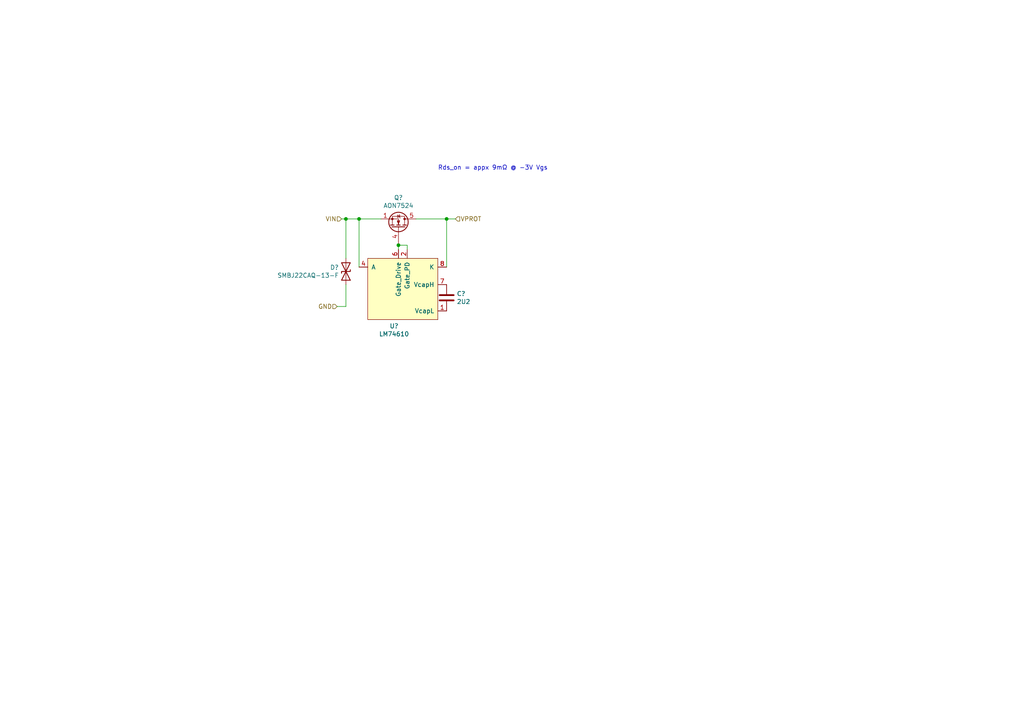
<source format=kicad_sch>
(kicad_sch (version 20211123) (generator eeschema)
  (paper "A4")
  (lib_symbols
    (symbol "Device:C" (pin_numbers hide) (pin_names (offset 0.254))
      (property "Reference" "C" (at 0.635 2.54 0))
      (property "Value" "C" (at 0.635 -2.54 0))
      (symbol "C_0_1"
        (polyline (pts (xy -2.032 -0.762) (xy 2.032 -0.762)) (stroke (width 0.508)))
        (polyline (pts (xy -2.032 0.762) (xy 2.032 0.762)) (stroke (width 0.508)))
      )
      (symbol "C_1_1"
        (pin passive line (at 0 3.81 270) (length 2.794) (name "~") (number "1"))
        (pin passive line (at 0 -3.81 90) (length 2.794) (name "~") (number "2"))
      )
    )
    (symbol "Device:D_TVS" (pin_numbers hide) (pin_names (offset 1.016) hide)
      (property "Reference" "D" (at 0 2.54 0))
      (property "Value" "D_TVS" (at 0 -2.54 0))
      (symbol "D_TVS_0_1"
        (polyline (pts (xy 1.27 0) (xy -1.27 0)))
        (polyline (pts (xy 0.508 1.27) (xy 0 1.27) (xy 0 -1.27) (xy -0.508 -1.27)) (stroke (width 0.254)))
        (polyline (pts (xy -2.54 1.27) (xy -2.54 -1.27) (xy 2.54 1.27) (xy 2.54 -1.27) (xy -2.54 1.27)) (stroke (width 0.254)))
      )
      (symbol "D_TVS_1_1"
        (pin passive line (at -3.81 0 0) (length 2.54) (name "A1") (number "1"))
        (pin passive line (at 3.81 0 180) (length 2.54) (name "A2") (number "2"))
      )
    )
    (symbol "william_batteries:LM74610" (pin_names (offset 1.016))
      (property "Reference" "U" (at 7.62 11.43 0))
      (property "Value" "LM74610" (at 6.35 10.16 0))
      (symbol "LM74610_0_0"
        (pin input line (at 12.7 -6.35 180) (length 2.54) (name "VcapL") (number "1"))
        (pin input line (at 1.27 11.43 270) (length 2.54) (name "Gate_PD") (number "2"))
        (pin no_connect line (at -3.81 -8.89 90) (length 2.54) hide (name "NC") (number "3"))
        (pin power_in line (at -12.7 6.35 0) (length 2.54) (name "A") (number "4"))
        (pin no_connect line (at -5.08 -8.89 90) (length 2.54) hide (name "NC") (number "5"))
        (pin output line (at -1.27 11.43 270) (length 2.54) (name "Gate_Drive") (number "6"))
        (pin input line (at 12.7 1.27 180) (length 2.54) (name "VcapH") (number "7"))
        (pin power_out line (at 12.7 6.35 180) (length 2.54) (name "K") (number "8"))
      )
      (symbol "LM74610_0_1"
        (rectangle (start -10.16 8.89) (end 10.16 -8.89) (fill (type background)))
      )
    )
    (symbol "william_fets:AON7524" (pin_names (offset 0) hide)
      (property "Reference" "Q" (at 5.08 1.27 0))
      (property "Value" "AON7524" (at 5.08 -1.27 0))
      (symbol "AON7524_0_1"
        (polyline (pts (xy 0.0508 0) (xy 0.254 0)))
        (polyline (pts (xy 0.762 -1.778) (xy 2.54 -1.778)))
        (polyline (pts (xy 0.762 -1.27) (xy 0.762 -2.286)) (stroke (width 0.254)))
        (polyline (pts (xy 0.762 0) (xy 2.54 0)))
        (polyline (pts (xy 0.762 0.508) (xy 0.762 -0.508)) (stroke (width 0.254)))
        (polyline (pts (xy 0.762 1.778) (xy 2.54 1.778)))
        (polyline (pts (xy 0.762 2.286) (xy 0.762 1.27)) (stroke (width 0.254)))
        (polyline (pts (xy 2.54 -1.778) (xy 2.54 -2.54)))
        (polyline (pts (xy 2.54 -1.778) (xy 2.54 0)))
        (polyline (pts (xy 2.54 2.54) (xy 2.54 1.778)))
        (polyline (pts (xy 0.254 1.905) (xy 0.254 -1.905) (xy 0.254 -1.905)) (stroke (width 0.254)))
        (polyline (pts (xy 1.016 0) (xy 2.032 0.381) (xy 2.032 -0.381) (xy 1.016 0)) (fill (type outline)))
        (polyline (pts (xy 2.54 -1.778) (xy 3.302 -1.778) (xy 3.302 1.778) (xy 2.54 1.778)))
        (polyline (pts (xy 2.794 0.508) (xy 2.921 0.381) (xy 3.683 0.381) (xy 3.81 0.254)))
        (polyline (pts (xy 3.302 0.381) (xy 2.921 -0.254) (xy 3.683 -0.254) (xy 3.302 0.381)))
        (circle (center 1.651 0) (radius 2.8194) (stroke (width 0.254)))
        (circle (center 2.54 -1.778) (radius 0.2794) (fill (type outline)))
        (circle (center 2.54 1.778) (radius 0.2794) (fill (type outline)))
      )
      (symbol "AON7524_1_1"
        (pin passive line (at 2.54 -5.08 90) (length 2.54) (name "S") (number "1"))
        (pin passive line (at 2.54 -5.08 90) (length 2.54) hide (name "S") (number "2"))
        (pin passive line (at 2.54 -5.08 90) (length 2.54) hide (name "S") (number "3"))
        (pin input line (at -5.08 0 0) (length 5.08) (name "G") (number "4"))
        (pin passive line (at 2.54 5.08 270) (length 2.54) (name "D") (number "5"))
        (pin passive line (at 2.54 5.08 270) (length 2.54) hide (name "D") (number "6"))
        (pin passive line (at 2.54 5.08 270) (length 2.54) hide (name "D") (number "7"))
        (pin passive line (at 2.54 5.08 270) (length 2.54) hide (name "D") (number "8"))
        (pin passive line (at 2.54 5.08 270) (length 2.54) hide (name "D") (number "9"))
      )
    )
  )
  (junction (at 129.54 63.5))
  (junction (at 115.57 71.12))
  (junction (at 100.33 63.5))
  (junction (at 104.14 63.5))
  (wire (pts (xy 118.11 72.39) (xy 118.11 71.12)))
  (wire (pts (xy 100.33 63.5) (xy 104.14 63.5)))
  (wire (pts (xy 100.33 82.55) (xy 100.33 88.9)))
  (wire (pts (xy 120.65 63.5) (xy 129.54 63.5)))
  (wire (pts (xy 104.14 63.5) (xy 110.49 63.5)))
  (wire (pts (xy 100.33 88.9) (xy 97.79 88.9)))
  (wire (pts (xy 100.33 74.93) (xy 100.33 63.5)))
  (wire (pts (xy 99.06 63.5) (xy 100.33 63.5)))
  (wire (pts (xy 129.54 77.47) (xy 129.54 63.5)))
  (wire (pts (xy 104.14 77.47) (xy 104.14 63.5)))
  (wire (pts (xy 118.11 71.12) (xy 115.57 71.12)))
  (wire (pts (xy 115.57 71.12) (xy 115.57 72.39)))
  (wire (pts (xy 129.54 63.5) (xy 132.08 63.5)))
  (text "Rds_on = appx 9mΩ @ -3V Vgs" (at 127 49.53 0) (effects (font (size 1.27 1.27)) (justify left bottom)))
  (hierarchical_label "VPROT" (shape input) (at 132.08 63.5 0))
  (hierarchical_label "VIN" (shape input) (at 99.06 63.5 180))
  (hierarchical_label "GND" (shape input) (at 97.79 88.9 180))
  (symbol (lib_id "william_batteries:LM74610") (at 116.84 83.82 0) (unit 1)
    (property "Reference" "U?" (at 114.3 94.5642 0))
    (property "Value" "LM74610" (at 114.3 96.8756 0))
    (property "Footprint" "Package_SO:SSOP-8_2.95x2.8mm_P0.65mm" (effects hide))
    (property "Datasheet" "https://www.ti.com/lit/ds/symlink/lm74610-q1.pdf?ts=1607451864730&ref_url=https%253A%252F%252Fwww.ti.com%252Fproduct%252FLM74610-Q1" (effects hide))
  )
  (symbol (lib_id "william_fets:AON7524") (at 115.57 66.04 270) (mirror x) (unit 1)
    (property "Reference" "Q?" (at 115.57 57.3278 90))
    (property "Value" "AON7524" (at 115.57 59.6392 90))
    (property "Footprint" "william_mosfet:AlphaOmega_DFN-8_EP_3x3mm_0.65pitch_1.75x2.35mmEP" (effects hide))
    (property "Datasheet" "http://aosmd.com/res/data_sheets/AON7524.pdf" (effects hide))
  )
  (symbol (lib_id "Device:C") (at 129.54 86.36 0) (unit 1)
    (property "Reference" "C?" (at 132.461 85.1916 0) (effects (justify left)))
    (property "Value" "2U2" (at 132.461 87.503 0) (effects (justify left)))
    (property "Footprint" "Capacitor_SMD:C_0805_2012Metric" (effects hide))
  )
  (symbol (lib_id "Device:D_TVS") (at 100.33 78.74 270) (mirror x) (unit 1)
    (property "Reference" "D?" (at 98.298 77.5716 90) (effects (justify right)))
    (property "Value" "SMBJ22CAQ-13-F" (at 98.298 79.883 90) (effects (justify right)))
    (property "Footprint" "Diode_SMD:D_SMB" (effects hide))
    (property "MPN" "SMBJ22CAQ-13-F" (effects hide))
  )
)
</source>
